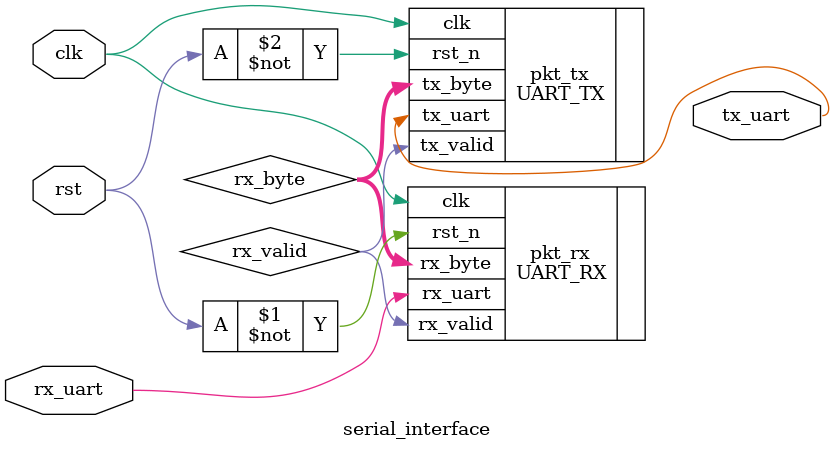
<source format=sv>
module serial_interface(
    input clk,
    input rst,
    input rx_uart,
    output tx_uart
);

    logic [7:0] rx_byte;
    logic rx_valid;

    UART_RX #(
        .CLKS_PER_BIT(869)
    ) pkt_rx (
        .clk(clk),
        .rst_n(~rst),
        .rx_uart(rx_uart),
        .rx_byte(rx_byte),
        .rx_valid(rx_valid)
    );

    UART_TX #(
        .CLKS_PER_BIT(869)
    ) pkt_tx (
        .clk(clk),
        .rst_n(~rst),
        .tx_byte(rx_byte),
        .tx_valid(rx_valid),
        .tx_uart(tx_uart)
    );

endmodule
</source>
